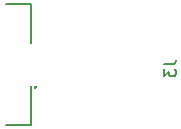
<source format=gbr>
%TF.GenerationSoftware,KiCad,Pcbnew,(5.1.6)-1*%
%TF.CreationDate,2021-05-28T10:30:19+02:00*%
%TF.ProjectId,Kicad_Smart_Watch,4b696361-645f-4536-9d61-72745f576174,rev?*%
%TF.SameCoordinates,Original*%
%TF.FileFunction,Legend,Bot*%
%TF.FilePolarity,Positive*%
%FSLAX46Y46*%
G04 Gerber Fmt 4.6, Leading zero omitted, Abs format (unit mm)*
G04 Created by KiCad (PCBNEW (5.1.6)-1) date 2021-05-28 10:30:19*
%MOMM*%
%LPD*%
G01*
G04 APERTURE LIST*
%ADD10C,0.200000*%
%ADD11C,0.254000*%
%ADD12C,0.150000*%
G04 APERTURE END LIST*
D10*
%TO.C,U3*%
X86717000Y-73703500D02*
X88917000Y-73703500D01*
X88917000Y-77003500D02*
X88917000Y-73703500D01*
X86717000Y-83903500D02*
X88917000Y-83903500D01*
X88917000Y-83903500D02*
X88917000Y-80603500D01*
D11*
X89255000Y-80733500D02*
G75*
G03*
X89255000Y-80733500I-28000J0D01*
G01*
%TO.C,J3*%
D12*
X100150680Y-78800366D02*
X100864966Y-78800366D01*
X101007823Y-78752747D01*
X101103061Y-78657509D01*
X101150680Y-78514652D01*
X101150680Y-78419414D01*
X100150680Y-79181319D02*
X100150680Y-79800366D01*
X100531633Y-79467033D01*
X100531633Y-79609890D01*
X100579252Y-79705128D01*
X100626871Y-79752747D01*
X100722109Y-79800366D01*
X100960204Y-79800366D01*
X101055442Y-79752747D01*
X101103061Y-79705128D01*
X101150680Y-79609890D01*
X101150680Y-79324176D01*
X101103061Y-79228938D01*
X101055442Y-79181319D01*
%TD*%
M02*

</source>
